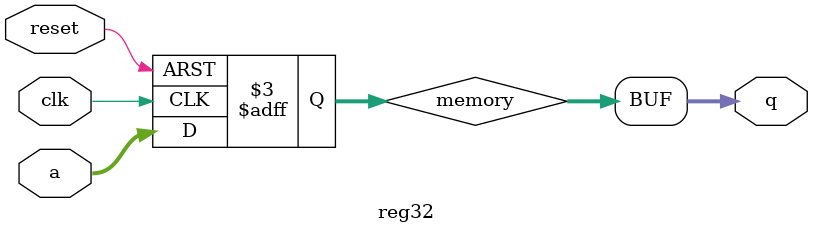
<source format=v>
module reg32(
    a                           ,
    q                           ,
    reset                       ,
    clk                         
    );
    
input   [1:32]                          a                           ;
output  [1:32]                          q                           ;
input                                   reset                       ;
input                                   clk                         ;

reg     [1:32]                          memory                      ;

always@(posedge clk or posedge reset)
begin
    if(reset==1'b1)
    begin
        memory  <=  {32{1'b0}};
    end
    else
    begin
        memory  <=  a;
    end
end

assign  q   =   memory;

endmodule

</source>
